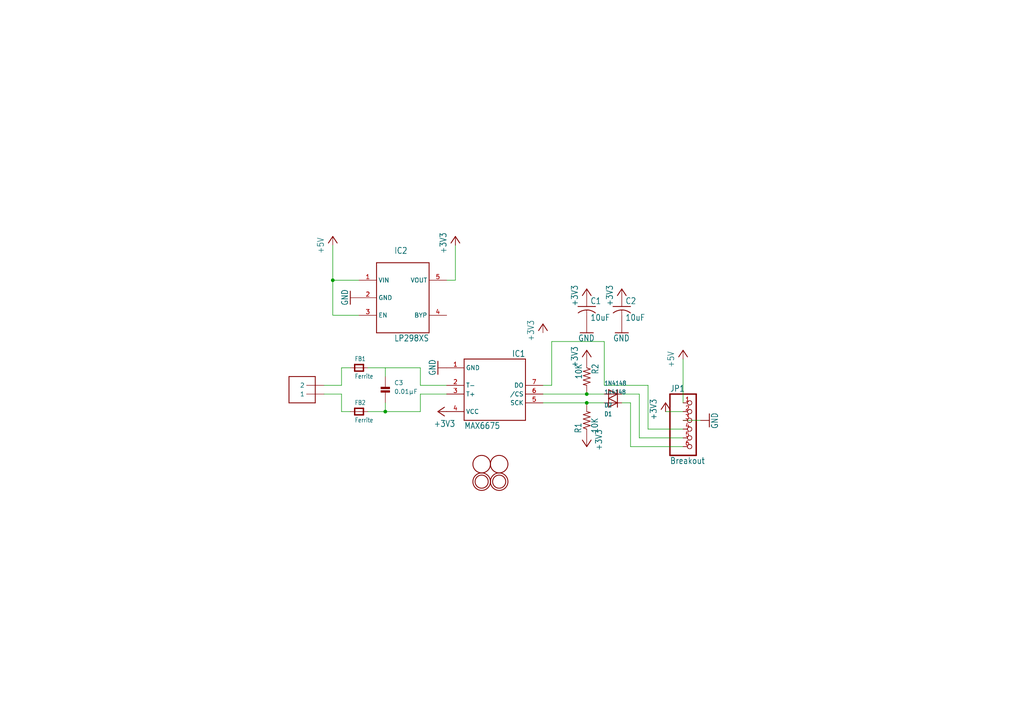
<source format=kicad_sch>
(kicad_sch (version 20230121) (generator eeschema)
  (paper "A4")
  (lib_symbols
    (symbol "working-eagle-import:+3V3" (power)
      (property "Value" "+3V3" (at -2.54 -5.08 90))
      (symbol "+3V3_1_0"
        (polyline (pts (xy 0 0) (xy -1.27 -1.905)) (stroke (width 0.254)))
        (polyline (pts (xy 1.27 -1.905) (xy 0 0)) (stroke (width 0.254)))
        (pin power_in line (at 0 -2.54 90) (length 2.54) (name "+3V3") (number "1"))
      )
    )
    (symbol "working-eagle-import:+5V" (power)
      (property "Value" "+5V" (at -2.54 -5.08 90))
      (symbol "+5V_1_0"
        (polyline (pts (xy 0 0) (xy -1.27 -1.905)) (stroke (width 0.254)))
        (polyline (pts (xy 1.27 -1.905) (xy 0 0)) (stroke (width 0.254)))
        (pin power_in line (at 0 -2.54 90) (length 2.54) (name "+5V") (number "1"))
      )
    )
    (symbol "working-eagle-import:1X2-3.5MM"
      (symbol "1X2-3.5MM_1_0"
        (polyline (pts (xy -2.54 -2.54) (xy 5.08 -2.54)) (stroke (width 0.254)))
        (polyline (pts (xy -2.54 5.08) (xy -2.54 -2.54)) (stroke (width 0.254)))
        (polyline (pts (xy 5.08 -2.54) (xy 5.08 5.08)) (stroke (width 0.254)))
        (polyline (pts (xy 5.08 5.08) (xy -2.54 5.08)) (stroke (width 0.254)))
        (pin passive line (at -5.08 2.54 0) (length 5.08) (name "1") (number "1"))
        (pin passive line (at -5.08 0 0) (length 5.08) (name "2") (number "2"))
      )
    )
    (symbol "working-eagle-import:C-USC0805K"
      (property "Reference" "C" (at 1.016 0.635 0))
      (symbol "C-USC0805K_1_0"
        (arc (start 0 -1.0161) (mid -1.302 -1.2303) (end -2.4668 -1.8504) (stroke (width 0.254)))
        (polyline (pts (xy -2.54 0) (xy 2.54 0)) (stroke (width 0.254)))
        (polyline (pts (xy 0 -1.016) (xy 0 -2.54)) (stroke (width 0.1524)))
        (arc (start 2.4892 -1.8541) (mid 1.3158 -1.2194) (end 0 -1) (stroke (width 0.254)))
        (pin passive line (at 0 2.54 270) (length 2.54) (name "1") (number "1"))
        (pin passive line (at 0 -5.08 90) (length 2.54) (name "2") (number "2"))
      )
    )
    (symbol "working-eagle-import:CAP_CERAMIC_0805"
      (property "Reference" "C" (at 2.54 2.54 0))
      (symbol "CAP_CERAMIC_0805_1_0"
        (rectangle (start -1.27 0.508) (end 1.27 1.016) (fill (type outline)))
        (rectangle (start -1.27 1.524) (end 1.27 2.032) (fill (type outline)))
        (polyline (pts (xy 0 0.762) (xy 0 0)) (stroke (width 0.1524)))
        (polyline (pts (xy 0 2.54) (xy 0 1.778)) (stroke (width 0.1524)))
        (pin passive line (at 0 5.08 270) (length 2.54) (name "P$1") (number "1"))
        (pin passive line (at 0 -2.54 90) (length 2.54) (name "P$2") (number "2"))
      )
    )
    (symbol "working-eagle-import:DIODESOD-323F"
      (property "Reference" "D" (at -2.54 2.54 0))
      (symbol "DIODESOD-323F_1_0"
        (polyline (pts (xy -1.27 -1.27) (xy 1.27 0)) (stroke (width 0.254)))
        (polyline (pts (xy -1.27 1.27) (xy -1.27 -1.27)) (stroke (width 0.254)))
        (polyline (pts (xy 1.27 0) (xy -1.27 1.27)) (stroke (width 0.254)))
        (polyline (pts (xy 1.27 0) (xy 1.27 -1.27)) (stroke (width 0.254)))
        (polyline (pts (xy 1.27 1.27) (xy 1.27 0)) (stroke (width 0.254)))
        (pin passive line (at -2.54 0 0) (length 2.54) (name "A") (number "A"))
        (pin passive line (at 2.54 0 180) (length 2.54) (name "C") (number "C"))
      )
    )
    (symbol "working-eagle-import:FERRITE_0805"
      (property "Reference" "FB" (at -1.27 1.905 0))
      (symbol "FERRITE_0805_1_0"
        (polyline (pts (xy -1.27 -0.9525) (xy -1.27 0.9525)) (stroke (width 0.4064)))
        (polyline (pts (xy -1.27 0.9525) (xy 1.27 0.9525)) (stroke (width 0.4064)))
        (polyline (pts (xy 1.27 -0.9525) (xy -1.27 -0.9525)) (stroke (width 0.4064)))
        (polyline (pts (xy 1.27 0.9525) (xy 1.27 -0.9525)) (stroke (width 0.4064)))
        (pin passive line (at -2.54 0 0) (length 2.54) (name "P$1") (number "1"))
        (pin passive line (at 2.54 0 180) (length 2.54) (name "P$2") (number "2"))
      )
    )
    (symbol "working-eagle-import:FIDUCIAL"
      (symbol "FIDUCIAL_1_0"
        (circle (center 0 0) (radius 2.54) (stroke (width 0.254)))
      )
    )
    (symbol "working-eagle-import:GND" (power)
      (property "Value" "GND" (at -2.54 -2.54 0))
      (symbol "GND_1_0"
        (polyline (pts (xy -1.905 0) (xy 1.905 0)) (stroke (width 0.254)))
        (pin power_in line (at 0 2.54 270) (length 2.54) (name "GND") (number "1"))
      )
    )
    (symbol "working-eagle-import:HEADER-1X676MIL"
      (property "Reference" "JP" (at -6.35 10.795 0))
      (symbol "HEADER-1X676MIL_1_0"
        (polyline (pts (xy -6.35 -7.62) (xy 1.27 -7.62)) (stroke (width 0.4064)))
        (polyline (pts (xy -6.35 10.16) (xy -6.35 -7.62)) (stroke (width 0.4064)))
        (polyline (pts (xy 1.27 -7.62) (xy 1.27 10.16)) (stroke (width 0.4064)))
        (polyline (pts (xy 1.27 10.16) (xy -6.35 10.16)) (stroke (width 0.4064)))
        (pin passive inverted (at -2.54 7.62 0) (length 2.54) (name "1") (number "1"))
        (pin passive inverted (at -2.54 5.08 0) (length 2.54) (name "2") (number "2"))
        (pin passive inverted (at -2.54 2.54 0) (length 2.54) (name "3") (number "3"))
        (pin passive inverted (at -2.54 0 0) (length 2.54) (name "4") (number "4"))
        (pin passive inverted (at -2.54 -2.54 0) (length 2.54) (name "5") (number "5"))
        (pin passive inverted (at -2.54 -5.08 0) (length 2.54) (name "6") (number "6"))
      )
    )
    (symbol "working-eagle-import:LP298XS"
      (property "Reference" "IC" (at -12.7 -5.08 90))
      (symbol "LP298XS_1_0"
        (polyline (pts (xy -10.16 -10.16) (xy 10.16 -10.16)) (stroke (width 0.254)))
        (polyline (pts (xy -10.16 5.08) (xy -10.16 -10.16)) (stroke (width 0.254)))
        (polyline (pts (xy 10.16 -10.16) (xy 10.16 5.08)) (stroke (width 0.254)))
        (polyline (pts (xy 10.16 5.08) (xy -10.16 5.08)) (stroke (width 0.254)))
        (pin bidirectional line (at -5.08 -15.24 90) (length 5.08) (name "VIN") (number "1"))
        (pin bidirectional line (at 0 -15.24 90) (length 5.08) (name "GND") (number "2"))
        (pin bidirectional line (at 5.08 -15.24 90) (length 5.08) (name "EN") (number "3"))
        (pin bidirectional line (at 5.08 10.16 270) (length 5.08) (name "BYP") (number "4"))
        (pin bidirectional line (at -5.08 10.16 270) (length 5.08) (name "VOUT") (number "5"))
      )
    )
    (symbol "working-eagle-import:MAX6675"
      (property "Reference" "IC" (at 10.16 7.62 0))
      (symbol "MAX6675_1_0"
        (polyline (pts (xy -7.62 -12.7) (xy -7.62 5.08)) (stroke (width 0.254)))
        (polyline (pts (xy -7.62 5.08) (xy 10.16 5.08)) (stroke (width 0.254)))
        (polyline (pts (xy 10.16 -12.7) (xy -7.62 -12.7)) (stroke (width 0.254)))
        (polyline (pts (xy 10.16 5.08) (xy 10.16 -12.7)) (stroke (width 0.254)))
        (pin power_in line (at -12.7 2.54 0) (length 5.08) (name "GND") (number "1"))
        (pin input line (at -12.7 -2.54 0) (length 5.08) (name "T-") (number "2"))
        (pin input line (at -12.7 -5.08 0) (length 5.08) (name "T+") (number "3"))
        (pin power_in line (at -12.7 -10.16 0) (length 5.08) (name "VCC") (number "4"))
        (pin input line (at 15.24 -7.62 180) (length 5.08) (name "SCK") (number "5"))
        (pin input line (at 15.24 -5.08 180) (length 5.08) (name "/CS") (number "6"))
        (pin output line (at 15.24 -2.54 180) (length 5.08) (name "DO") (number "7"))
      )
    )
    (symbol "working-eagle-import:MOUNTINGHOLE2.0"
      (symbol "MOUNTINGHOLE2.0_1_0"
        (circle (center 0 0) (radius 1.905) (stroke (width 0.254)))
        (circle (center 0 0) (radius 2.54) (stroke (width 0.254)))
      )
    )
    (symbol "working-eagle-import:R-US_R0805"
      (property "Reference" "R" (at -3.81 1.4986 0))
      (symbol "R-US_R0805_1_0"
        (polyline (pts (xy -2.54 0) (xy -2.159 1.016)) (stroke (width 0.2032)))
        (polyline (pts (xy -2.159 1.016) (xy -1.524 -1.016)) (stroke (width 0.2032)))
        (polyline (pts (xy -1.524 -1.016) (xy -0.889 1.016)) (stroke (width 0.2032)))
        (polyline (pts (xy -0.889 1.016) (xy -0.254 -1.016)) (stroke (width 0.2032)))
        (polyline (pts (xy -0.254 -1.016) (xy 0.381 1.016)) (stroke (width 0.2032)))
        (polyline (pts (xy 0.381 1.016) (xy 1.016 -1.016)) (stroke (width 0.2032)))
        (polyline (pts (xy 1.016 -1.016) (xy 1.651 1.016)) (stroke (width 0.2032)))
        (polyline (pts (xy 1.651 1.016) (xy 2.286 -1.016)) (stroke (width 0.2032)))
        (polyline (pts (xy 2.286 -1.016) (xy 2.54 0)) (stroke (width 0.2032)))
        (pin passive line (at -5.08 0 0) (length 2.54) (name "1") (number "1"))
        (pin passive line (at 5.08 0 180) (length 2.54) (name "2") (number "2"))
      )
    )
  )
  (junction (at 170.18 114.3))
  (junction (at 170.18 116.84))
  (junction (at 111.76 119.38))
  (junction (at 96.52 81.28))
  (wire (pts (xy 99.06 111.76) (xy 99.06 106.68)) (stroke (width 0.1524)))
  (wire (pts (xy 180.34 114.3) (xy 185.42 114.3)) (stroke (width 0.1524)))
  (wire (pts (xy 170.18 114.3) (xy 157.48 114.3)) (stroke (width 0.1524)))
  (wire (pts (xy 111.76 106.68) (xy 121.92 106.68)) (stroke (width 0.1524)))
  (wire (pts (xy 111.76 106.68) (xy 111.76 109.22)) (stroke (width 0.1524)))
  (wire (pts (xy 121.92 111.76) (xy 129.54 111.76)) (stroke (width 0.1524)))
  (wire (pts (xy 106.68 106.68) (xy 111.76 106.68)) (stroke (width 0.1524)))
  (wire (pts (xy 175.26 99.06) (xy 175.26 111.76)) (stroke (width 0.1524)))
  (wire (pts (xy 170.18 114.3) (xy 175.26 114.3)) (stroke (width 0.1524)))
  (wire (pts (xy 99.06 106.68) (xy 101.6 106.68)) (stroke (width 0.1524)))
  (wire (pts (xy 187.96 124.46) (xy 198.12 124.46)) (stroke (width 0.1524)))
  (wire (pts (xy 193.04 119.38) (xy 198.12 119.38)) (stroke (width 0.1524)))
  (wire (pts (xy 111.76 119.38) (xy 111.76 116.84)) (stroke (width 0.1524)))
  (wire (pts (xy 132.08 81.28) (xy 129.54 81.28)) (stroke (width 0.1524)))
  (wire (pts (xy 121.92 106.68) (xy 121.92 111.76)) (stroke (width 0.1524)))
  (wire (pts (xy 185.42 114.3) (xy 185.42 127)) (stroke (width 0.1524)))
  (wire (pts (xy 180.34 116.84) (xy 182.88 116.84)) (stroke (width 0.1524)))
  (wire (pts (xy 160.02 99.06) (xy 175.26 99.06)) (stroke (width 0.1524)))
  (wire (pts (xy 96.52 91.44) (xy 104.14 91.44)) (stroke (width 0.1524)))
  (wire (pts (xy 203.2 121.92) (xy 198.12 121.92)) (stroke (width 0.1524)))
  (wire (pts (xy 121.92 114.3) (xy 129.54 114.3)) (stroke (width 0.1524)))
  (wire (pts (xy 93.98 111.76) (xy 99.06 111.76)) (stroke (width 0.1524)))
  (wire (pts (xy 111.76 119.38) (xy 121.92 119.38)) (stroke (width 0.1524)))
  (wire (pts (xy 96.52 71.12) (xy 96.52 81.28)) (stroke (width 0.1524)))
  (wire (pts (xy 182.88 116.84) (xy 182.88 129.54)) (stroke (width 0.1524)))
  (wire (pts (xy 160.02 111.76) (xy 157.48 111.76)) (stroke (width 0.1524)))
  (wire (pts (xy 170.18 116.84) (xy 157.48 116.84)) (stroke (width 0.1524)))
  (wire (pts (xy 175.26 111.76) (xy 187.96 111.76)) (stroke (width 0.1524)))
  (wire (pts (xy 132.08 71.12) (xy 132.08 81.28)) (stroke (width 0.1524)))
  (wire (pts (xy 198.12 104.14) (xy 198.12 116.84)) (stroke (width 0.1524)))
  (wire (pts (xy 99.06 119.38) (xy 101.6 119.38)) (stroke (width 0.1524)))
  (wire (pts (xy 185.42 127) (xy 198.12 127)) (stroke (width 0.1524)))
  (wire (pts (xy 170.18 116.84) (xy 175.26 116.84)) (stroke (width 0.1524)))
  (wire (pts (xy 96.52 81.28) (xy 96.52 91.44)) (stroke (width 0.1524)))
  (wire (pts (xy 160.02 111.76) (xy 160.02 99.06)) (stroke (width 0.1524)))
  (wire (pts (xy 187.96 111.76) (xy 187.96 124.46)) (stroke (width 0.1524)))
  (wire (pts (xy 106.68 119.38) (xy 111.76 119.38)) (stroke (width 0.1524)))
  (wire (pts (xy 121.92 119.38) (xy 121.92 114.3)) (stroke (width 0.1524)))
  (wire (pts (xy 99.06 114.3) (xy 99.06 119.38)) (stroke (width 0.1524)))
  (wire (pts (xy 96.52 81.28) (xy 104.14 81.28)) (stroke (width 0.1524)))
  (wire (pts (xy 182.88 129.54) (xy 198.12 129.54)) (stroke (width 0.1524)))
  (wire (pts (xy 93.98 114.3) (xy 99.06 114.3)) (stroke (width 0.1524)))
  (symbol (lib_id "working-eagle-import:+3V3") (at 127 119.38 90) (unit 1)
    (property "Reference" "#+3V3" (effects hide))
    (property "Value" "+3V3" (at 132.08 121.92 90) (effects (font (size 1.778 1.5113)) (justify left bottom)))
  )
  (symbol (lib_id "working-eagle-import:FIDUCIAL") (at 139.7 134.62 0) (unit 1)
    (property "Reference" "U$1" (effects hide))
    (property "Value" "FIDUCIAL" (effects hide))
    (property "Footprint" "working:FIDUCIAL_1MM" (effects hide))
  )
  (symbol (lib_id "working-eagle-import:+3V3") (at 157.48 93.98 0) (unit 1)
    (property "Reference" "#+3V2" (effects hide))
    (property "Value" "+3V3" (at 154.94 99.06 90) (effects (font (size 1.778 1.5113)) (justify left bottom)))
  )
  (symbol (lib_id "working-eagle-import:GND") (at 180.34 96.52 0) (unit 1)
    (property "Reference" "#GND4" (effects hide))
    (property "Value" "GND" (at 177.8 99.06 0) (effects (font (size 1.778 1.5113)) (justify left bottom)))
  )
  (symbol (lib_id "working-eagle-import:GND") (at 127 106.68 270) (unit 1)
    (property "Reference" "#GND1" (effects hide))
    (property "Value" "GND" (at 124.46 104.14 0) (effects (font (size 1.778 1.5113)) (justify left bottom)))
  )
  (symbol (lib_id "working-eagle-import:R-US_R0805") (at 170.18 121.92 90) (unit 1)
    (property "Reference" "R1" (at 168.6814 125.73 0) (effects (font (size 1.778 1.5113)) (justify left bottom)))
    (property "Value" "10K" (at 173.482 125.73 0) (effects (font (size 1.778 1.5113)) (justify left bottom)))
    (property "Footprint" "working:R0805" (effects hide))
  )
  (symbol (lib_id "working-eagle-import:MOUNTINGHOLE2.0") (at 139.7 139.7 0) (unit 1)
    (property "Reference" "U$4" (effects hide))
    (property "Value" "MOUNTINGHOLE2.0" (effects hide))
    (property "Footprint" "working:MOUNTINGHOLE_2.0_PLATED" (effects hide))
  )
  (symbol (lib_id "working-eagle-import:MAX6675") (at 142.24 109.22 0) (unit 1)
    (property "Reference" "IC1" (at 152.4 101.6 0) (effects (font (size 1.778 1.5113)) (justify right top)))
    (property "Value" "MAX6675" (at 134.62 124.46 0) (effects (font (size 1.778 1.5113)) (justify left bottom)))
    (property "Footprint" "working:SO08" (effects hide))
  )
  (symbol (lib_id "working-eagle-import:GND") (at 170.18 96.52 0) (unit 1)
    (property "Reference" "#GND2" (effects hide))
    (property "Value" "GND" (at 167.64 99.06 0) (effects (font (size 1.778 1.5113)) (justify left bottom)))
  )
  (symbol (lib_id "working-eagle-import:CAP_CERAMIC_0805") (at 111.76 114.3 0) (unit 1)
    (property "Reference" "C3" (at 114.3 111.76 0) (effects (justify left bottom)))
    (property "Value" "0.01µF" (at 114.3 114.3 0) (effects (justify left bottom)))
    (property "Footprint" "working:_0805" (effects hide))
  )
  (symbol (lib_id "working-eagle-import:DIODESOD-323F") (at 177.8 116.84 0) (mirror x) (unit 1)
    (property "Reference" "D1" (at 175.26 119.38 0) (effects (font (size 1.27 1.0795)) (justify left bottom)))
    (property "Value" "1n4148" (at 175.26 113.03 0) (effects (font (size 1.27 1.0795)) (justify left bottom)))
    (property "Footprint" "working:SOD-323F" (effects hide))
  )
  (symbol (lib_id "working-eagle-import:+3V3") (at 170.18 83.82 0) (unit 1)
    (property "Reference" "#+3V4" (effects hide))
    (property "Value" "+3V3" (at 167.64 88.9 90) (effects (font (size 1.778 1.5113)) (justify left bottom)))
  )
  (symbol (lib_id "working-eagle-import:C-USC0805K") (at 170.18 88.9 0) (unit 1)
    (property "Reference" "C1" (at 171.196 88.265 0) (effects (font (size 1.778 1.5113)) (justify left bottom)))
    (property "Value" "10uF" (at 171.196 93.091 0) (effects (font (size 1.778 1.5113)) (justify left bottom)))
    (property "Footprint" "working:C0805K" (effects hide))
  )
  (symbol (lib_id "working-eagle-import:+3V3") (at 193.04 116.84 0) (unit 1)
    (property "Reference" "#+3V1" (effects hide))
    (property "Value" "+3V3" (at 190.5 121.92 90) (effects (font (size 1.778 1.5113)) (justify left bottom)))
  )
  (symbol (lib_id "working-eagle-import:C-USC0805K") (at 180.34 88.9 0) (unit 1)
    (property "Reference" "C2" (at 181.356 88.265 0) (effects (font (size 1.778 1.5113)) (justify left bottom)))
    (property "Value" "10uF" (at 181.356 93.091 0) (effects (font (size 1.778 1.5113)) (justify left bottom)))
    (property "Footprint" "working:C0805K" (effects hide))
  )
  (symbol (lib_id "working-eagle-import:FERRITE_0805") (at 104.14 106.68 0) (unit 1)
    (property "Reference" "FB1" (at 102.87 104.775 0) (effects (font (size 1.27 1.0795)) (justify left bottom)))
    (property "Value" "Ferrite" (at 102.87 109.855 0) (effects (font (size 1.27 1.0795)) (justify left bottom)))
    (property "Footprint" "working:_0805" (effects hide))
  )
  (symbol (lib_id "working-eagle-import:+3V3") (at 180.34 83.82 0) (unit 1)
    (property "Reference" "#+3V5" (effects hide))
    (property "Value" "+3V3" (at 177.8 88.9 90) (effects (font (size 1.778 1.5113)) (justify left bottom)))
  )
  (symbol (lib_id "working-eagle-import:FERRITE_0805") (at 104.14 119.38 0) (unit 1)
    (property "Reference" "FB2" (at 102.87 117.475 0) (effects (font (size 1.27 1.0795)) (justify left bottom)))
    (property "Value" "Ferrite" (at 102.87 122.555 0) (effects (font (size 1.27 1.0795)) (justify left bottom)))
    (property "Footprint" "working:_0805" (effects hide))
  )
  (symbol (lib_id "working-eagle-import:MOUNTINGHOLE2.0") (at 144.78 139.7 0) (unit 1)
    (property "Reference" "U$5" (effects hide))
    (property "Value" "MOUNTINGHOLE2.0" (effects hide))
    (property "Footprint" "working:MOUNTINGHOLE_2.0_PLATED" (effects hide))
  )
  (symbol (lib_id "working-eagle-import:GND") (at 205.74 121.92 90) (unit 1)
    (property "Reference" "#GND3" (effects hide))
    (property "Value" "GND" (at 208.28 124.46 0) (effects (font (size 1.778 1.5113)) (justify left bottom)))
  )
  (symbol (lib_id "working-eagle-import:+5V") (at 198.12 101.6 0) (unit 1)
    (property "Reference" "#P+2" (effects hide))
    (property "Value" "+5V" (at 195.58 106.68 90) (effects (font (size 1.778 1.5113)) (justify left bottom)))
  )
  (symbol (lib_id "working-eagle-import:+3V3") (at 170.18 129.54 180) (unit 1)
    (property "Reference" "#+3V8" (effects hide))
    (property "Value" "+3V3" (at 172.72 124.46 90) (effects (font (size 1.778 1.5113)) (justify left bottom)))
  )
  (symbol (lib_id "working-eagle-import:FIDUCIAL") (at 144.78 134.62 0) (unit 1)
    (property "Reference" "U$2" (effects hide))
    (property "Value" "FIDUCIAL" (effects hide))
    (property "Footprint" "working:FIDUCIAL_1MM" (effects hide))
  )
  (symbol (lib_id "working-eagle-import:HEADER-1X676MIL") (at 200.66 124.46 0) (unit 1)
    (property "Reference" "JP1" (at 194.31 113.665 0) (effects (font (size 1.778 1.5113)) (justify left bottom)))
    (property "Value" "Breakout" (at 194.31 134.62 0) (effects (font (size 1.778 1.5113)) (justify left bottom)))
    (property "Footprint" "working:1X06_ROUND_76" (effects hide))
  )
  (symbol (lib_id "working-eagle-import:1X2-3.5MM") (at 88.9 111.76 180) (unit 1)
    (property "Reference" "J1" (effects hide))
    (property "Value" "1X2-3.5MM" (effects hide))
    (property "Footprint" "working:1X2-3.5MM" (effects hide))
  )
  (symbol (lib_id "working-eagle-import:GND") (at 101.6 86.36 270) (unit 1)
    (property "Reference" "#GND7" (effects hide))
    (property "Value" "GND" (at 99.06 83.82 0) (effects (font (size 1.778 1.5113)) (justify left bottom)))
  )
  (symbol (lib_id "working-eagle-import:+5V") (at 96.52 68.58 0) (unit 1)
    (property "Reference" "#P+1" (effects hide))
    (property "Value" "+5V" (at 93.98 73.66 90) (effects (font (size 1.778 1.5113)) (justify left bottom)))
  )
  (symbol (lib_id "working-eagle-import:LP298XS") (at 119.38 86.36 270) (unit 1)
    (property "Reference" "IC2" (at 114.3 73.66 90) (effects (font (size 1.778 1.5113)) (justify left bottom)))
    (property "Value" "LP298XS" (at 114.3 99.06 90) (effects (font (size 1.778 1.5113)) (justify left bottom)))
    (property "Footprint" "working:SOT23-5L" (effects hide))
  )
  (symbol (lib_id "working-eagle-import:+3V3") (at 132.08 68.58 0) (unit 1)
    (property "Reference" "#+3V6" (effects hide))
    (property "Value" "+3V3" (at 129.54 73.66 90) (effects (font (size 1.778 1.5113)) (justify left bottom)))
  )
  (symbol (lib_id "working-eagle-import:DIODESOD-323F") (at 177.8 114.3 0) (mirror x) (unit 1)
    (property "Reference" "D2" (at 175.26 116.84 0) (effects (font (size 1.27 1.0795)) (justify left bottom)))
    (property "Value" "1N4148" (at 175.26 110.49 0) (effects (font (size 1.27 1.0795)) (justify left bottom)))
    (property "Footprint" "working:SOD-323F" (effects hide))
  )
  (symbol (lib_id "working-eagle-import:+3V3") (at 170.18 101.6 0) (unit 1)
    (property "Reference" "#+3V7" (effects hide))
    (property "Value" "+3V3" (at 167.64 106.68 90) (effects (font (size 1.778 1.5113)) (justify left bottom)))
  )
  (symbol (lib_id "working-eagle-import:R-US_R0805") (at 170.18 109.22 270) (unit 1)
    (property "Reference" "R2" (at 171.6786 105.41 0) (effects (font (size 1.778 1.5113)) (justify left bottom)))
    (property "Value" "10K" (at 166.878 105.41 0) (effects (font (size 1.778 1.5113)) (justify left bottom)))
    (property "Footprint" "working:R0805" (effects hide))
  )
)
</source>
